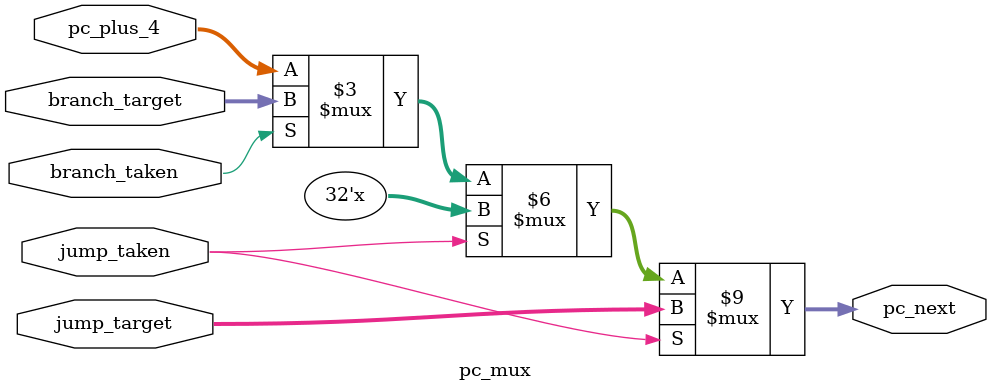
<source format=v>
module pc_mux (
    input wire [31:0] pc_plus_4,    // Normal next address
    input wire [31:0] branch_target, // Jump here if branching
    input wire [31:0] jump_target,   // Jump here if jumping
    input wire branch_taken,         // Should we branch?
    input wire jump_taken,           // Should we jump?
    output reg [31:0] pc_next        // Final decision
);

always @(*) begin
    if (jump_taken) begin
        pc_next = jump_target;
    end else if (branch_taken) begin
        pc_next = branch_target;
    end else begin
        pc_next = pc_plus_4;
    end
end

endmodule
</source>
